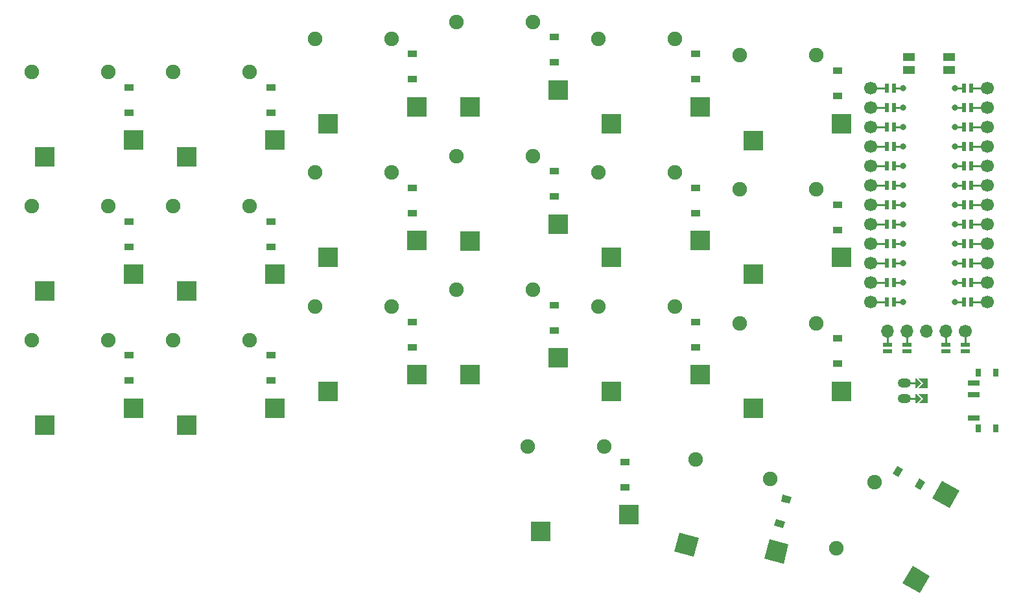
<source format=gtl>
G04 #@! TF.GenerationSoftware,KiCad,Pcbnew,8.0.8+1*
G04 #@! TF.CreationDate,2025-07-09T06:01:48+00:00*
G04 #@! TF.ProjectId,corney_island_wireless,636f726e-6579-45f6-9973-6c616e645f77,0.2*
G04 #@! TF.SameCoordinates,Original*
G04 #@! TF.FileFunction,Copper,L1,Top*
G04 #@! TF.FilePolarity,Positive*
%FSLAX46Y46*%
G04 Gerber Fmt 4.6, Leading zero omitted, Abs format (unit mm)*
G04 Created by KiCad (PCBNEW 8.0.8+1) date 2025-07-09 06:01:48*
%MOMM*%
%LPD*%
G01*
G04 APERTURE LIST*
G04 #@! TA.AperFunction,ComponentPad*
%ADD10C,1.900000*%
G04 #@! TD*
G04 #@! TA.AperFunction,SMDPad,CuDef*
%ADD11R,2.600000X2.600000*%
G04 #@! TD*
G04 #@! TA.AperFunction,SMDPad,CuDef*
%ADD12R,1.200000X0.900000*%
G04 #@! TD*
G04 #@! TA.AperFunction,ComponentPad*
%ADD13C,1.700000*%
G04 #@! TD*
G04 #@! TA.AperFunction,ComponentPad*
%ADD14C,0.800000*%
G04 #@! TD*
G04 #@! TA.AperFunction,SMDPad,CuDef*
%ADD15R,0.600000X1.200000*%
G04 #@! TD*
G04 #@! TA.AperFunction,SMDPad,CuDef*
%ADD16R,1.200000X0.600000*%
G04 #@! TD*
G04 #@! TA.AperFunction,ComponentPad*
%ADD17O,1.700000X1.700000*%
G04 #@! TD*
G04 #@! TA.AperFunction,SMDPad,CuDef*
%ADD18R,0.800000X1.000000*%
G04 #@! TD*
G04 #@! TA.AperFunction,SMDPad,CuDef*
%ADD19R,1.500000X0.700000*%
G04 #@! TD*
G04 #@! TA.AperFunction,SMDPad,CuDef*
%ADD20R,1.550000X1.000000*%
G04 #@! TD*
G04 #@! TA.AperFunction,ComponentPad*
%ADD21O,1.750000X1.200000*%
G04 #@! TD*
G04 #@! TA.AperFunction,Conductor*
%ADD22C,0.250000*%
G04 #@! TD*
G04 APERTURE END LIST*
D10*
X105000000Y-94850000D03*
X105000000Y-77350000D03*
X105000000Y-59850000D03*
X123500000Y-94850000D03*
X123500000Y-77350000D03*
X123500000Y-59850000D03*
X142000000Y-90475000D03*
X142000000Y-72975000D03*
X142000000Y-55475000D03*
X160500000Y-88287500D03*
X160500000Y-70787500D03*
X160500000Y-53287500D03*
X179000000Y-90475000D03*
X179000000Y-72975000D03*
X179000000Y-55475000D03*
X197500000Y-92662500D03*
X197500000Y-75162500D03*
X197500000Y-57662500D03*
X169750000Y-108787500D03*
X191412547Y-113007077D03*
X205053812Y-113417121D03*
X95000000Y-94850000D03*
D11*
X96725000Y-105950000D03*
X108275000Y-103750000D03*
D10*
X95000000Y-77350000D03*
D11*
X96725000Y-88450000D03*
X108275000Y-86250000D03*
D10*
X95000000Y-59850000D03*
D11*
X96725000Y-70950000D03*
X108275000Y-68750000D03*
D10*
X113500000Y-94850000D03*
D11*
X115225000Y-105950000D03*
X126775000Y-103750000D03*
D10*
X113500000Y-77350000D03*
D11*
X115225000Y-88450000D03*
X126775000Y-86250000D03*
D10*
X113500000Y-59850000D03*
D11*
X115225000Y-70950000D03*
X126775000Y-68750000D03*
D10*
X132000000Y-90475000D03*
D11*
X133725000Y-101575000D03*
X145275000Y-99375000D03*
D10*
X132000000Y-72975000D03*
D11*
X133725000Y-84075000D03*
X145275000Y-81875000D03*
D10*
X132000000Y-55475000D03*
D11*
X133725000Y-66575000D03*
X145275000Y-64375000D03*
D10*
X150500000Y-88287500D03*
D11*
X152225000Y-99387500D03*
X163775000Y-97187500D03*
D10*
X150500000Y-70787500D03*
D11*
X152225000Y-81887500D03*
X163775000Y-79687500D03*
D10*
X150500000Y-53287500D03*
D11*
X152225000Y-64387500D03*
X163775000Y-62187500D03*
D10*
X169000000Y-90475000D03*
D11*
X170725000Y-101575000D03*
X182275000Y-99375000D03*
D10*
X169000000Y-72975000D03*
D11*
X170725000Y-84075000D03*
X182275000Y-81875000D03*
D10*
X169000000Y-55475000D03*
D11*
X170725000Y-66575000D03*
X182275000Y-64375000D03*
D10*
X187500000Y-92662500D03*
D11*
X189225000Y-103762500D03*
X200775000Y-101562500D03*
D10*
X187500000Y-75162500D03*
D11*
X189225000Y-86262500D03*
X200775000Y-84062500D03*
D10*
X187500000Y-57662500D03*
D11*
X189225000Y-68762500D03*
X200775000Y-66562500D03*
D10*
X159750000Y-108787500D03*
D11*
X161475000Y-119887500D03*
X173025000Y-117687500D03*
D10*
X181753289Y-110418887D03*
G04 #@! TA.AperFunction,SMDPad,CuDef*
G36*
X182138788Y-120667887D02*
G01*
X181465859Y-123179294D01*
X178954452Y-122506365D01*
X179627381Y-119994958D01*
X182138788Y-120667887D01*
G37*
G04 #@! TD.AperFunction*
G04 #@! TA.AperFunction,SMDPad,CuDef*
G36*
X193864633Y-121532210D02*
G01*
X193191704Y-124043617D01*
X190680297Y-123370688D01*
X191353226Y-120859281D01*
X193864633Y-121532210D01*
G37*
G04 #@! TD.AperFunction*
X200053812Y-122077375D03*
G04 #@! TA.AperFunction,SMDPad,CuDef*
G36*
X210053361Y-124357648D02*
G01*
X212305027Y-125657648D01*
X211005027Y-127909314D01*
X208753361Y-126609314D01*
X210053361Y-124357648D01*
G37*
G04 #@! TD.AperFunction*
G04 #@! TA.AperFunction,SMDPad,CuDef*
G36*
X213923105Y-113255055D02*
G01*
X216174771Y-114555055D01*
X214874771Y-116806721D01*
X212623105Y-115506721D01*
X213923105Y-113255055D01*
G37*
G04 #@! TD.AperFunction*
D12*
X107750000Y-96850000D03*
X107750000Y-100150000D03*
X107750000Y-79350000D03*
X107750000Y-82650000D03*
X107750000Y-61850000D03*
X107750000Y-65150000D03*
X126250000Y-96850000D03*
X126250000Y-100150000D03*
X126250000Y-79350000D03*
X126250000Y-82650000D03*
X126250000Y-61850000D03*
X126250000Y-65150000D03*
X144750000Y-92475000D03*
X144750000Y-95775000D03*
X144750000Y-74975000D03*
X144750000Y-78275000D03*
X144750000Y-57475000D03*
X144750000Y-60775000D03*
X163250000Y-90287500D03*
X163250000Y-93587500D03*
X163250000Y-72787500D03*
X163250000Y-76087500D03*
X163250000Y-55287500D03*
X163250000Y-58587500D03*
X181750000Y-92475000D03*
X181750000Y-95775000D03*
X181750000Y-74975000D03*
X181750000Y-78275000D03*
X181750000Y-57475000D03*
X181750000Y-60775000D03*
X200250000Y-94662500D03*
X200250000Y-97962500D03*
X200250000Y-77162500D03*
X200250000Y-80462500D03*
X200250000Y-59662500D03*
X200250000Y-62962500D03*
X172500000Y-110787500D03*
X172500000Y-114087500D03*
G04 #@! TA.AperFunction,SMDPad,CuDef*
G36*
X193088118Y-115060723D02*
G01*
X194247229Y-115371306D01*
X194014292Y-116240639D01*
X192855181Y-115930056D01*
X193088118Y-115060723D01*
G37*
G04 #@! TD.AperFunction*
G04 #@! TA.AperFunction,SMDPad,CuDef*
G36*
X192234016Y-118248279D02*
G01*
X193393127Y-118558862D01*
X193160190Y-119428195D01*
X192001079Y-119117612D01*
X192234016Y-118248279D01*
G37*
G04 #@! TD.AperFunction*
G04 #@! TA.AperFunction,SMDPad,CuDef*
G36*
X207471152Y-112330166D02*
G01*
X208071152Y-111290936D01*
X208850574Y-111740936D01*
X208250574Y-112780166D01*
X207471152Y-112330166D01*
G37*
G04 #@! TD.AperFunction*
G04 #@! TA.AperFunction,SMDPad,CuDef*
G36*
X210329036Y-113980166D02*
G01*
X210929036Y-112940936D01*
X211708458Y-113390936D01*
X211108458Y-114430166D01*
X210329036Y-113980166D01*
G37*
G04 #@! TD.AperFunction*
D13*
X204584000Y-61920000D03*
X219824000Y-61920000D03*
D14*
X208804000Y-61920000D03*
X215604000Y-61920000D03*
D15*
X206724000Y-61920000D03*
X207624000Y-61920000D03*
X216784000Y-61920000D03*
X217684000Y-61920000D03*
D13*
X204584000Y-64460000D03*
X219824000Y-64460000D03*
D14*
X208804000Y-64460000D03*
X215604000Y-64460000D03*
D15*
X206724000Y-64460000D03*
X207624000Y-64460000D03*
X216784000Y-64460000D03*
X217684000Y-64460000D03*
D13*
X204584000Y-67000000D03*
X219824000Y-67000000D03*
D14*
X208804000Y-67000000D03*
X215604000Y-67000000D03*
D15*
X206724000Y-67000000D03*
X207624000Y-67000000D03*
X216784000Y-67000000D03*
X217684000Y-67000000D03*
D13*
X204584000Y-69540000D03*
X219824000Y-69540000D03*
D14*
X208804000Y-69540000D03*
X215604000Y-69540000D03*
D15*
X206724000Y-69540000D03*
X207624000Y-69540000D03*
X216784000Y-69540000D03*
X217684000Y-69540000D03*
D13*
X204584000Y-72080000D03*
X219824000Y-72080000D03*
D14*
X208804000Y-72080000D03*
X215604000Y-72080000D03*
D15*
X206724000Y-72080000D03*
X207624000Y-72080000D03*
X216784000Y-72080000D03*
X217684000Y-72080000D03*
D13*
X204584000Y-74620000D03*
X219824000Y-74620000D03*
D14*
X208804000Y-74620000D03*
X215604000Y-74620000D03*
D15*
X206724000Y-74620000D03*
X207624000Y-74620000D03*
X216784000Y-74620000D03*
X217684000Y-74620000D03*
D13*
X204584000Y-77160000D03*
X219824000Y-77160000D03*
D14*
X208804000Y-77160000D03*
X215604000Y-77160000D03*
D15*
X206724000Y-77160000D03*
X207624000Y-77160000D03*
X216784000Y-77160000D03*
X217684000Y-77160000D03*
D13*
X204584000Y-79700000D03*
X219824000Y-79700000D03*
D14*
X208804000Y-79700000D03*
X215604000Y-79700000D03*
D15*
X206724000Y-79700000D03*
X207624000Y-79700000D03*
X216784000Y-79700000D03*
X217684000Y-79700000D03*
D13*
X204584000Y-82240000D03*
X219824000Y-82240000D03*
D14*
X208804000Y-82240000D03*
X215604000Y-82240000D03*
D15*
X206724000Y-82240000D03*
X207624000Y-82240000D03*
X216784000Y-82240000D03*
X217684000Y-82240000D03*
D13*
X204584000Y-84780000D03*
X219824000Y-84780000D03*
D14*
X208804000Y-84780000D03*
X215604000Y-84780000D03*
D15*
X206724000Y-84780000D03*
X207624000Y-84780000D03*
X216784000Y-84780000D03*
X217684000Y-84780000D03*
D13*
X204584000Y-87320000D03*
X219824000Y-87320000D03*
D14*
X208804000Y-87320000D03*
X215604000Y-87320000D03*
D15*
X206724000Y-87320000D03*
X207624000Y-87320000D03*
X216784000Y-87320000D03*
X217684000Y-87320000D03*
D13*
X204584000Y-89860000D03*
X219824000Y-89860000D03*
D14*
X208804000Y-89860000D03*
X215604000Y-89860000D03*
D15*
X206724000Y-89860000D03*
X207624000Y-89860000D03*
X216784000Y-89860000D03*
X217684000Y-89860000D03*
D16*
X206817000Y-95450000D03*
X209357000Y-95450000D03*
X214437000Y-95450000D03*
X216977000Y-95450000D03*
X206817000Y-96350000D03*
X209357000Y-96350000D03*
X214437000Y-96350000D03*
X216977000Y-96350000D03*
D17*
X206817000Y-93700000D03*
X209357000Y-93700000D03*
X211897000Y-93700000D03*
X214437000Y-93700000D03*
D13*
X216977000Y-93700000D03*
D18*
X220875000Y-99100000D03*
X218665000Y-99100000D03*
X218665000Y-106400000D03*
X220875000Y-106400000D03*
D19*
X218015000Y-105000000D03*
X218015000Y-102000000D03*
X218015000Y-100500000D03*
D20*
X214829000Y-57862500D03*
X214829000Y-59562500D03*
X209579000Y-57862500D03*
X209579000Y-59562500D03*
D21*
X209000000Y-102500000D03*
X209000000Y-100500000D03*
G04 #@! TA.AperFunction,SMDPad,CuDef*
G36*
X210600000Y-103100000D02*
G01*
X210400000Y-103100000D01*
X210400000Y-101900000D01*
X210600000Y-101900000D01*
X211200000Y-102500000D01*
X210600000Y-103100000D01*
G37*
G04 #@! TD.AperFunction*
G04 #@! TA.AperFunction,SMDPad,CuDef*
G36*
X210600000Y-101100000D02*
G01*
X210400000Y-101100000D01*
X210400000Y-99900000D01*
X210600000Y-99900000D01*
X211200000Y-100500000D01*
X210600000Y-101100000D01*
G37*
G04 #@! TD.AperFunction*
G04 #@! TA.AperFunction,SMDPad,CuDef*
G36*
X210816000Y-103100000D02*
G01*
X211416000Y-102500000D01*
X210816000Y-101900000D01*
X212066000Y-101900000D01*
X212066000Y-103100000D01*
X210816000Y-103100000D01*
G37*
G04 #@! TD.AperFunction*
G04 #@! TA.AperFunction,SMDPad,CuDef*
G36*
X210816000Y-101100000D02*
G01*
X211416000Y-100500000D01*
X210816000Y-99900000D01*
X212066000Y-99900000D01*
X212066000Y-101100000D01*
X210816000Y-101100000D01*
G37*
G04 #@! TD.AperFunction*
D22*
X216784000Y-61920000D02*
X215604000Y-61920000D01*
X207624000Y-61920000D02*
X208804000Y-61920000D01*
X204584000Y-61920000D02*
X206704000Y-61920000D01*
X217704000Y-61920000D02*
X219824000Y-61920000D01*
X216784000Y-64460000D02*
X215604000Y-64460000D01*
X207624000Y-64460000D02*
X208804000Y-64460000D01*
X204584000Y-64460000D02*
X206704000Y-64460000D01*
X217704000Y-64460000D02*
X219824000Y-64460000D01*
X216784000Y-67000000D02*
X215604000Y-67000000D01*
X207624000Y-67000000D02*
X208804000Y-67000000D01*
X204584000Y-67000000D02*
X206704000Y-67000000D01*
X217704000Y-67000000D02*
X219824000Y-67000000D01*
X216784000Y-69540000D02*
X215604000Y-69540000D01*
X207624000Y-69540000D02*
X208804000Y-69540000D01*
X204584000Y-69540000D02*
X206704000Y-69540000D01*
X217704000Y-69540000D02*
X219824000Y-69540000D01*
X216784000Y-72080000D02*
X215604000Y-72080000D01*
X207624000Y-72080000D02*
X208804000Y-72080000D01*
X204584000Y-72080000D02*
X206704000Y-72080000D01*
X217704000Y-72080000D02*
X219824000Y-72080000D01*
X216784000Y-74620000D02*
X215604000Y-74620000D01*
X207624000Y-74620000D02*
X208804000Y-74620000D01*
X204584000Y-74620000D02*
X206704000Y-74620000D01*
X217704000Y-74620000D02*
X219824000Y-74620000D01*
X216784000Y-77160000D02*
X215604000Y-77160000D01*
X207624000Y-77160000D02*
X208804000Y-77160000D01*
X204584000Y-77160000D02*
X206704000Y-77160000D01*
X217704000Y-77160000D02*
X219824000Y-77160000D01*
X216784000Y-79700000D02*
X215604000Y-79700000D01*
X207624000Y-79700000D02*
X208804000Y-79700000D01*
X204584000Y-79700000D02*
X206704000Y-79700000D01*
X217704000Y-79700000D02*
X219824000Y-79700000D01*
X216784000Y-82240000D02*
X215604000Y-82240000D01*
X207624000Y-82240000D02*
X208804000Y-82240000D01*
X204584000Y-82240000D02*
X206704000Y-82240000D01*
X217704000Y-82240000D02*
X219824000Y-82240000D01*
X216784000Y-84780000D02*
X215604000Y-84780000D01*
X207624000Y-84780000D02*
X208804000Y-84780000D01*
X204584000Y-84780000D02*
X206704000Y-84780000D01*
X217704000Y-84780000D02*
X219824000Y-84780000D01*
X216784000Y-87320000D02*
X215604000Y-87320000D01*
X207624000Y-87320000D02*
X208804000Y-87320000D01*
X204584000Y-87320000D02*
X206704000Y-87320000D01*
X217704000Y-87320000D02*
X219824000Y-87320000D01*
X216784000Y-89860000D02*
X215604000Y-89860000D01*
X207624000Y-89860000D02*
X208804000Y-89860000D01*
X204584000Y-89860000D02*
X206704000Y-89860000D01*
X217704000Y-89860000D02*
X219824000Y-89860000D01*
X206817000Y-93700000D02*
X206817000Y-95450000D01*
X209357000Y-93700000D02*
X209357000Y-95450000D01*
X214437000Y-93700000D02*
X214437000Y-95450000D01*
X216977000Y-93700000D02*
X216977000Y-95450000D01*
X210800000Y-102500000D02*
X209000000Y-102500000D01*
X210800000Y-100500000D02*
X209000000Y-100500000D01*
M02*

</source>
